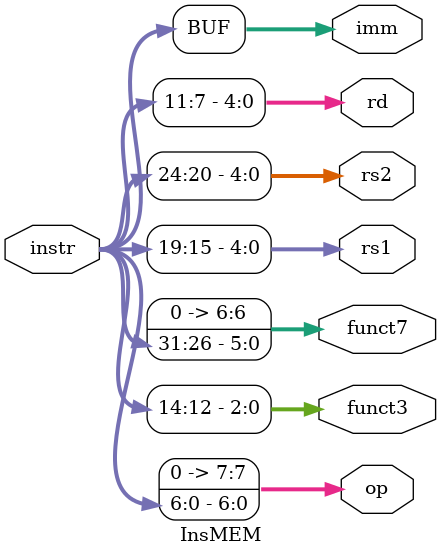
<source format=v>
`timescale 1ns / 1ps

module InsMEM(
        input [31:0] instr,      //»ñÈ¡µ±Ç°Ö¸Áî
        output reg[7:0] op,      //²Ù×÷ÂëÎ»¶Î
        output reg[2:0] funct3,  //3Î»¹¦ÄÜÂëÎ»¶Î
        output reg[6:0] funct7,  //7Î»¹¦ÄÜÂëÎ»¶Î
        output reg[4:0] rs1,     //rs1µØÖ·Î»¶Î
        output reg[4:0] rs2,     //rs2µØÖ·Î»¶Î
        output reg[4:0] rd,      //rdµØÖ·Î»¶Î
        output reg[31:0] imm     //Á¢¼´ÊýÎ»¶Î´«¸øextendÄ£¿éÆ´½ÓÀ©Õ¹
    );

    initial begin
        op = 7'b0000000;
        funct3 = 3'b000;
        funct7 = 7'b0000000;
        rs1 = 5'b00000;
        rs2 = 5'b00000;
        imm = 32'h0;
    end

    //ÇÐ¸îÖ¸Áî
    always@(instr) 
    begin
        op = instr[6:0];
        rs1 = instr[19:15];
        rs2 = instr[24:20];
        rd = instr[11:7];
        funct3 = instr[14:12];
        funct7 = instr[31:26];
        imm = instr[31:0];
    end
endmodule
</source>
